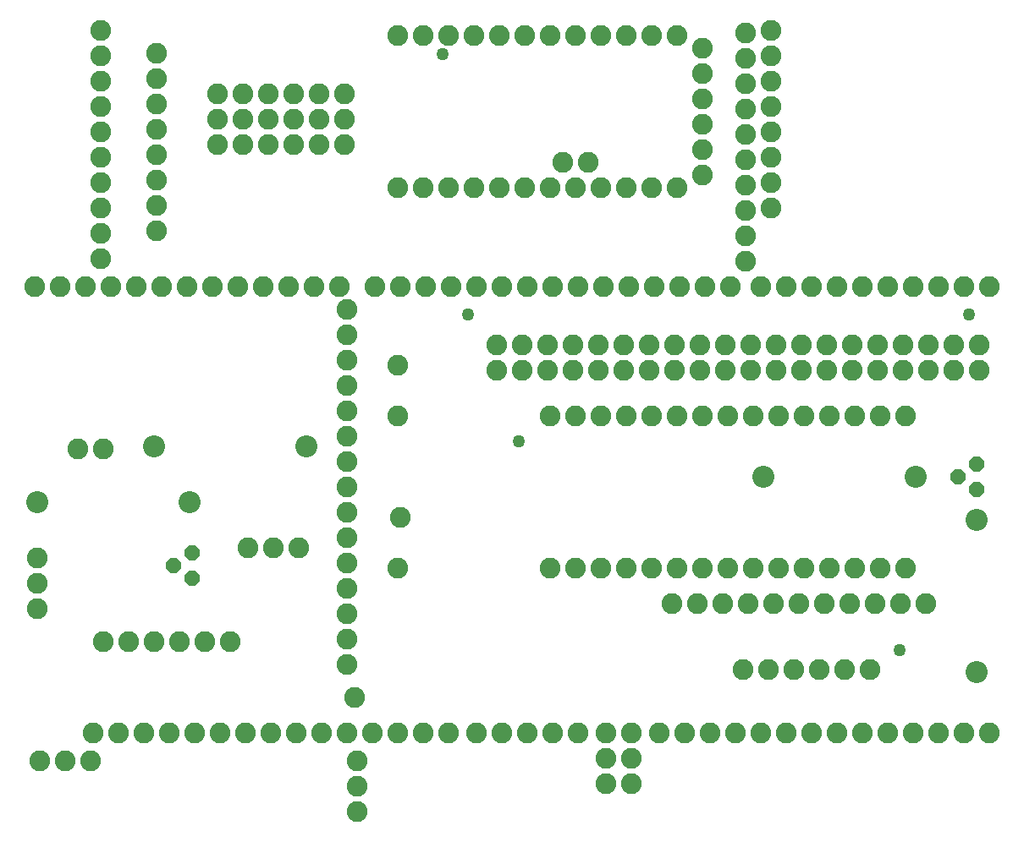
<source format=gbr>
G04 EAGLE Gerber RS-274X export*
G75*
%MOMM*%
%FSLAX34Y34*%
%LPD*%
%INSoldermask Bottom*%
%IPPOS*%
%AMOC8*
5,1,8,0,0,1.08239X$1,22.5*%
G01*
%ADD10C,2.082800*%
%ADD11P,1.649562X8X112.500000*%
%ADD12C,2.203200*%
%ADD13C,1.270000*%


D10*
X358140Y561340D03*
X383540Y561340D03*
X408940Y561340D03*
X434340Y561340D03*
X459740Y561340D03*
X485140Y561340D03*
X510540Y561340D03*
X535940Y561340D03*
X561340Y561340D03*
X586740Y561340D03*
X612140Y561340D03*
X637540Y561340D03*
X662940Y561340D03*
X688340Y561340D03*
X713740Y561340D03*
X76200Y114300D03*
X101600Y114300D03*
X127000Y114300D03*
X152400Y114300D03*
X177800Y114300D03*
X203200Y114300D03*
X228600Y114300D03*
X254000Y114300D03*
X279400Y114300D03*
X304800Y114300D03*
X330200Y114300D03*
X355600Y114300D03*
X381000Y114300D03*
X406400Y114300D03*
X431800Y114300D03*
X589280Y63500D03*
X589280Y88900D03*
X589280Y114300D03*
X22860Y86360D03*
X48260Y86360D03*
X73660Y86360D03*
X271780Y561340D03*
X297180Y561340D03*
X322580Y561340D03*
X614680Y114300D03*
X614680Y88900D03*
X614680Y63500D03*
X510540Y114300D03*
X535940Y114300D03*
X561340Y114300D03*
X340360Y35560D03*
X340360Y60960D03*
X340360Y86360D03*
X485140Y114300D03*
X459740Y114300D03*
X330200Y182880D03*
X330200Y208280D03*
X330200Y233680D03*
X330200Y259080D03*
X330200Y284480D03*
X330200Y309880D03*
X330200Y335280D03*
X330200Y360680D03*
X330200Y386080D03*
X330200Y411480D03*
X330200Y436880D03*
X330200Y462280D03*
X330200Y487680D03*
X330200Y513080D03*
X330200Y538480D03*
X972820Y114300D03*
X947420Y114300D03*
X922020Y114300D03*
X896620Y114300D03*
X871220Y114300D03*
X845820Y114300D03*
X820420Y114300D03*
X795020Y114300D03*
X769620Y114300D03*
X744220Y114300D03*
X718820Y114300D03*
X693420Y114300D03*
X668020Y114300D03*
X642620Y114300D03*
X744220Y561340D03*
X769620Y561340D03*
X795020Y561340D03*
X820420Y561340D03*
X845820Y561340D03*
X871220Y561340D03*
X896620Y561340D03*
X922020Y561340D03*
X947420Y561340D03*
X972820Y561340D03*
X962660Y502920D03*
X937260Y502920D03*
X911860Y502920D03*
X886460Y502920D03*
X861060Y502920D03*
X835660Y502920D03*
X810260Y502920D03*
X784860Y502920D03*
X759460Y502920D03*
X734060Y502920D03*
X708660Y502920D03*
X683260Y502920D03*
X657860Y502920D03*
X632460Y502920D03*
X607060Y502920D03*
X581660Y502920D03*
X556260Y502920D03*
X530860Y502920D03*
X505460Y502920D03*
X480060Y502920D03*
X480060Y477520D03*
X505460Y477520D03*
X530860Y477520D03*
X556260Y477520D03*
X581660Y477520D03*
X607060Y477520D03*
X632460Y477520D03*
X657860Y477520D03*
X683260Y477520D03*
X708660Y477520D03*
X734060Y477520D03*
X759460Y477520D03*
X784860Y477520D03*
X810260Y477520D03*
X835660Y477520D03*
X861060Y477520D03*
X886460Y477520D03*
X911860Y477520D03*
X937260Y477520D03*
X962660Y477520D03*
X381000Y482600D03*
X381000Y431800D03*
X889000Y431800D03*
X863600Y431800D03*
X838200Y431800D03*
X812800Y431800D03*
X787400Y431800D03*
X762000Y431800D03*
X736600Y431800D03*
X711200Y431800D03*
X685800Y431800D03*
X660400Y431800D03*
X635000Y431800D03*
X609600Y431800D03*
X584200Y431800D03*
X558800Y431800D03*
X533400Y431800D03*
X533400Y279400D03*
X558800Y279400D03*
X584200Y279400D03*
X609600Y279400D03*
X635000Y279400D03*
X660400Y279400D03*
X685800Y279400D03*
X711200Y279400D03*
X736600Y279400D03*
X762000Y279400D03*
X787400Y279400D03*
X812800Y279400D03*
X838200Y279400D03*
X863600Y279400D03*
X889000Y279400D03*
X20320Y289560D03*
X20320Y264160D03*
X20320Y238760D03*
X86360Y398780D03*
X60960Y398780D03*
X281940Y299720D03*
X256540Y299720D03*
X231140Y299720D03*
X17780Y561340D03*
X43180Y561340D03*
X68580Y561340D03*
X93980Y561340D03*
X119380Y561340D03*
X144780Y561340D03*
X170180Y561340D03*
X195580Y561340D03*
X220980Y561340D03*
X246380Y561340D03*
X754380Y640080D03*
X754380Y665480D03*
X754380Y690880D03*
X754380Y716280D03*
X754380Y741680D03*
X754380Y767080D03*
X754380Y792480D03*
X754380Y817880D03*
X655320Y243840D03*
X680720Y243840D03*
X706120Y243840D03*
X731520Y243840D03*
X756920Y243840D03*
X782320Y243840D03*
X807720Y243840D03*
X833120Y243840D03*
X858520Y243840D03*
X883920Y243840D03*
X909320Y243840D03*
X383540Y330200D03*
X381000Y279400D03*
X726440Y177800D03*
X751840Y177800D03*
X777240Y177800D03*
X802640Y177800D03*
X828040Y177800D03*
X853440Y177800D03*
D11*
X960120Y383540D03*
X941070Y370840D03*
X960120Y358140D03*
D12*
X746760Y370840D03*
X899160Y370840D03*
X960120Y175260D03*
X960120Y327660D03*
D11*
X175260Y294640D03*
X156210Y281940D03*
X175260Y269240D03*
D12*
X20320Y345440D03*
X172720Y345440D03*
X289560Y401320D03*
X137160Y401320D03*
D10*
X337820Y149860D03*
X213360Y205740D03*
X187960Y205740D03*
X162560Y205740D03*
X137160Y205740D03*
X111760Y205740D03*
X86360Y205740D03*
X381000Y812800D03*
X406400Y812800D03*
X431800Y812800D03*
X457200Y812800D03*
X482600Y812800D03*
X508000Y812800D03*
X533400Y812800D03*
X558800Y812800D03*
X584200Y812800D03*
X609600Y812800D03*
X635000Y812800D03*
X660400Y812800D03*
X660400Y660400D03*
X635000Y660400D03*
X609600Y660400D03*
X584200Y660400D03*
X558800Y660400D03*
X533400Y660400D03*
X508000Y660400D03*
X482600Y660400D03*
X457200Y660400D03*
X431800Y660400D03*
X406400Y660400D03*
X381000Y660400D03*
X685800Y673100D03*
X685800Y698500D03*
X685800Y723900D03*
X685800Y749300D03*
X685800Y774700D03*
X685800Y800100D03*
X327660Y754380D03*
X327660Y728980D03*
X327660Y703580D03*
X546100Y685800D03*
X571500Y685800D03*
X302260Y754380D03*
X302260Y728980D03*
X302260Y703580D03*
X276860Y754380D03*
X276860Y728980D03*
X276860Y703580D03*
X251460Y754380D03*
X251460Y728980D03*
X251460Y703580D03*
X226060Y754380D03*
X226060Y728980D03*
X226060Y703580D03*
X200660Y754380D03*
X200660Y728980D03*
X200660Y703580D03*
X139700Y795020D03*
X139700Y769620D03*
X139700Y744220D03*
X139700Y718820D03*
X139700Y693420D03*
X139700Y668020D03*
X139700Y642620D03*
X139700Y617220D03*
X728980Y586740D03*
X728980Y612140D03*
X728980Y637540D03*
X728980Y662940D03*
X728980Y688340D03*
X728980Y713740D03*
X728980Y739140D03*
X728980Y764540D03*
X728980Y789940D03*
X728980Y815340D03*
X83820Y589280D03*
X83820Y614680D03*
X83820Y640080D03*
X83820Y665480D03*
X83820Y690880D03*
X83820Y716280D03*
X83820Y741680D03*
X83820Y767080D03*
X83820Y792480D03*
X83820Y817880D03*
D13*
X501650Y406400D03*
X882650Y196850D03*
X450850Y533400D03*
X952500Y533400D03*
X425450Y793750D03*
M02*

</source>
